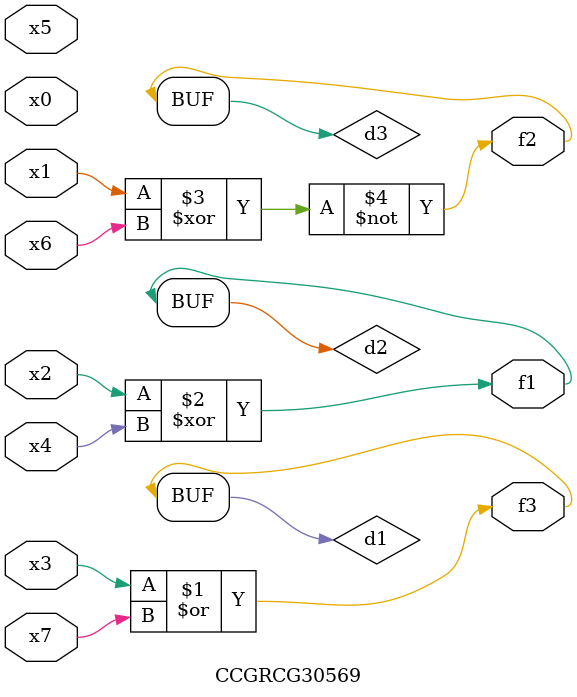
<source format=v>
module CCGRCG30569(
	input x0, x1, x2, x3, x4, x5, x6, x7,
	output f1, f2, f3
);

	wire d1, d2, d3;

	or (d1, x3, x7);
	xor (d2, x2, x4);
	xnor (d3, x1, x6);
	assign f1 = d2;
	assign f2 = d3;
	assign f3 = d1;
endmodule

</source>
